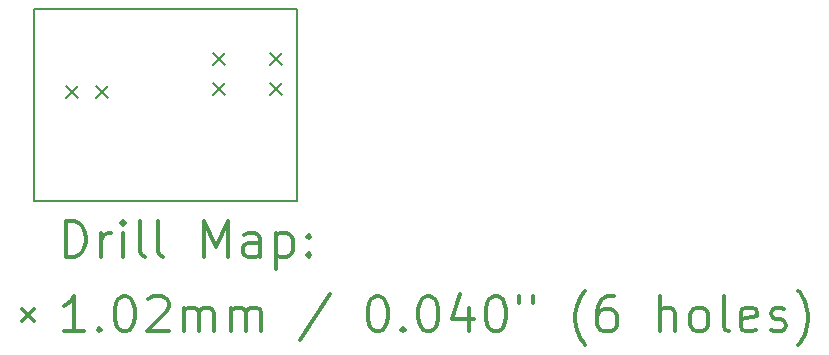
<source format=gbr>
%FSLAX45Y45*%
G04 Gerber Fmt 4.5, Leading zero omitted, Abs format (unit mm)*
G04 Created by KiCad (PCBNEW 4.0.4+e1-6308~48~ubuntu16.04.1-stable) date Wed Oct 26 09:27:59 2016*
%MOMM*%
%LPD*%
G01*
G04 APERTURE LIST*
%ADD10C,0.127000*%
%ADD11C,0.150000*%
%ADD12C,0.200000*%
%ADD13C,0.300000*%
G04 APERTURE END LIST*
D10*
D11*
X20100000Y-6900000D02*
X17874860Y-6900000D01*
X20100000Y-8525000D02*
X20100000Y-6900000D01*
X17875000Y-8525000D02*
X20100000Y-8525000D01*
X17875000Y-6900000D02*
X17875000Y-8525000D01*
D12*
X18144200Y-7549200D02*
X18245800Y-7650800D01*
X18245800Y-7549200D02*
X18144200Y-7650800D01*
X18398200Y-7549200D02*
X18499800Y-7650800D01*
X18499800Y-7549200D02*
X18398200Y-7650800D01*
X19389200Y-7275200D02*
X19490800Y-7376800D01*
X19490800Y-7275200D02*
X19389200Y-7376800D01*
X19389200Y-7529200D02*
X19490800Y-7630800D01*
X19490800Y-7529200D02*
X19389200Y-7630800D01*
X19869200Y-7275200D02*
X19970800Y-7376800D01*
X19970800Y-7275200D02*
X19869200Y-7376800D01*
X19869200Y-7529200D02*
X19970800Y-7630800D01*
X19970800Y-7529200D02*
X19869200Y-7630800D01*
D13*
X18138788Y-8998214D02*
X18138788Y-8698214D01*
X18210217Y-8698214D01*
X18253074Y-8712500D01*
X18281645Y-8741072D01*
X18295931Y-8769643D01*
X18310217Y-8826786D01*
X18310217Y-8869643D01*
X18295931Y-8926786D01*
X18281645Y-8955357D01*
X18253074Y-8983929D01*
X18210217Y-8998214D01*
X18138788Y-8998214D01*
X18438788Y-8998214D02*
X18438788Y-8798214D01*
X18438788Y-8855357D02*
X18453074Y-8826786D01*
X18467360Y-8812500D01*
X18495931Y-8798214D01*
X18524502Y-8798214D01*
X18624502Y-8998214D02*
X18624502Y-8798214D01*
X18624502Y-8698214D02*
X18610217Y-8712500D01*
X18624502Y-8726786D01*
X18638788Y-8712500D01*
X18624502Y-8698214D01*
X18624502Y-8726786D01*
X18810217Y-8998214D02*
X18781645Y-8983929D01*
X18767360Y-8955357D01*
X18767360Y-8698214D01*
X18967360Y-8998214D02*
X18938788Y-8983929D01*
X18924502Y-8955357D01*
X18924502Y-8698214D01*
X19310217Y-8998214D02*
X19310217Y-8698214D01*
X19410217Y-8912500D01*
X19510217Y-8698214D01*
X19510217Y-8998214D01*
X19781645Y-8998214D02*
X19781645Y-8841072D01*
X19767360Y-8812500D01*
X19738788Y-8798214D01*
X19681645Y-8798214D01*
X19653074Y-8812500D01*
X19781645Y-8983929D02*
X19753074Y-8998214D01*
X19681645Y-8998214D01*
X19653074Y-8983929D01*
X19638788Y-8955357D01*
X19638788Y-8926786D01*
X19653074Y-8898214D01*
X19681645Y-8883929D01*
X19753074Y-8883929D01*
X19781645Y-8869643D01*
X19924502Y-8798214D02*
X19924502Y-9098214D01*
X19924502Y-8812500D02*
X19953074Y-8798214D01*
X20010217Y-8798214D01*
X20038788Y-8812500D01*
X20053074Y-8826786D01*
X20067360Y-8855357D01*
X20067360Y-8941072D01*
X20053074Y-8969643D01*
X20038788Y-8983929D01*
X20010217Y-8998214D01*
X19953074Y-8998214D01*
X19924502Y-8983929D01*
X20195931Y-8969643D02*
X20210217Y-8983929D01*
X20195931Y-8998214D01*
X20181645Y-8983929D01*
X20195931Y-8969643D01*
X20195931Y-8998214D01*
X20195931Y-8812500D02*
X20210217Y-8826786D01*
X20195931Y-8841072D01*
X20181645Y-8826786D01*
X20195931Y-8812500D01*
X20195931Y-8841072D01*
X17765760Y-9441700D02*
X17867360Y-9543300D01*
X17867360Y-9441700D02*
X17765760Y-9543300D01*
X18295931Y-9628214D02*
X18124502Y-9628214D01*
X18210217Y-9628214D02*
X18210217Y-9328214D01*
X18181645Y-9371072D01*
X18153074Y-9399643D01*
X18124502Y-9413929D01*
X18424502Y-9599643D02*
X18438788Y-9613929D01*
X18424502Y-9628214D01*
X18410217Y-9613929D01*
X18424502Y-9599643D01*
X18424502Y-9628214D01*
X18624502Y-9328214D02*
X18653074Y-9328214D01*
X18681645Y-9342500D01*
X18695931Y-9356786D01*
X18710217Y-9385357D01*
X18724502Y-9442500D01*
X18724502Y-9513929D01*
X18710217Y-9571072D01*
X18695931Y-9599643D01*
X18681645Y-9613929D01*
X18653074Y-9628214D01*
X18624502Y-9628214D01*
X18595931Y-9613929D01*
X18581645Y-9599643D01*
X18567360Y-9571072D01*
X18553074Y-9513929D01*
X18553074Y-9442500D01*
X18567360Y-9385357D01*
X18581645Y-9356786D01*
X18595931Y-9342500D01*
X18624502Y-9328214D01*
X18838788Y-9356786D02*
X18853074Y-9342500D01*
X18881645Y-9328214D01*
X18953074Y-9328214D01*
X18981645Y-9342500D01*
X18995931Y-9356786D01*
X19010217Y-9385357D01*
X19010217Y-9413929D01*
X18995931Y-9456786D01*
X18824502Y-9628214D01*
X19010217Y-9628214D01*
X19138788Y-9628214D02*
X19138788Y-9428214D01*
X19138788Y-9456786D02*
X19153074Y-9442500D01*
X19181645Y-9428214D01*
X19224502Y-9428214D01*
X19253074Y-9442500D01*
X19267360Y-9471072D01*
X19267360Y-9628214D01*
X19267360Y-9471072D02*
X19281645Y-9442500D01*
X19310217Y-9428214D01*
X19353074Y-9428214D01*
X19381645Y-9442500D01*
X19395931Y-9471072D01*
X19395931Y-9628214D01*
X19538788Y-9628214D02*
X19538788Y-9428214D01*
X19538788Y-9456786D02*
X19553074Y-9442500D01*
X19581645Y-9428214D01*
X19624502Y-9428214D01*
X19653074Y-9442500D01*
X19667360Y-9471072D01*
X19667360Y-9628214D01*
X19667360Y-9471072D02*
X19681645Y-9442500D01*
X19710217Y-9428214D01*
X19753074Y-9428214D01*
X19781645Y-9442500D01*
X19795931Y-9471072D01*
X19795931Y-9628214D01*
X20381645Y-9313929D02*
X20124502Y-9699643D01*
X20767359Y-9328214D02*
X20795931Y-9328214D01*
X20824502Y-9342500D01*
X20838788Y-9356786D01*
X20853074Y-9385357D01*
X20867359Y-9442500D01*
X20867359Y-9513929D01*
X20853074Y-9571072D01*
X20838788Y-9599643D01*
X20824502Y-9613929D01*
X20795931Y-9628214D01*
X20767359Y-9628214D01*
X20738788Y-9613929D01*
X20724502Y-9599643D01*
X20710217Y-9571072D01*
X20695931Y-9513929D01*
X20695931Y-9442500D01*
X20710217Y-9385357D01*
X20724502Y-9356786D01*
X20738788Y-9342500D01*
X20767359Y-9328214D01*
X20995931Y-9599643D02*
X21010217Y-9613929D01*
X20995931Y-9628214D01*
X20981645Y-9613929D01*
X20995931Y-9599643D01*
X20995931Y-9628214D01*
X21195931Y-9328214D02*
X21224502Y-9328214D01*
X21253074Y-9342500D01*
X21267359Y-9356786D01*
X21281645Y-9385357D01*
X21295931Y-9442500D01*
X21295931Y-9513929D01*
X21281645Y-9571072D01*
X21267359Y-9599643D01*
X21253074Y-9613929D01*
X21224502Y-9628214D01*
X21195931Y-9628214D01*
X21167359Y-9613929D01*
X21153074Y-9599643D01*
X21138788Y-9571072D01*
X21124502Y-9513929D01*
X21124502Y-9442500D01*
X21138788Y-9385357D01*
X21153074Y-9356786D01*
X21167359Y-9342500D01*
X21195931Y-9328214D01*
X21553074Y-9428214D02*
X21553074Y-9628214D01*
X21481645Y-9313929D02*
X21410217Y-9528214D01*
X21595931Y-9528214D01*
X21767359Y-9328214D02*
X21795931Y-9328214D01*
X21824502Y-9342500D01*
X21838788Y-9356786D01*
X21853074Y-9385357D01*
X21867359Y-9442500D01*
X21867359Y-9513929D01*
X21853074Y-9571072D01*
X21838788Y-9599643D01*
X21824502Y-9613929D01*
X21795931Y-9628214D01*
X21767359Y-9628214D01*
X21738788Y-9613929D01*
X21724502Y-9599643D01*
X21710217Y-9571072D01*
X21695931Y-9513929D01*
X21695931Y-9442500D01*
X21710217Y-9385357D01*
X21724502Y-9356786D01*
X21738788Y-9342500D01*
X21767359Y-9328214D01*
X21981645Y-9328214D02*
X21981645Y-9385357D01*
X22095931Y-9328214D02*
X22095931Y-9385357D01*
X22538788Y-9742500D02*
X22524502Y-9728214D01*
X22495931Y-9685357D01*
X22481645Y-9656786D01*
X22467359Y-9613929D01*
X22453074Y-9542500D01*
X22453074Y-9485357D01*
X22467359Y-9413929D01*
X22481645Y-9371072D01*
X22495931Y-9342500D01*
X22524502Y-9299643D01*
X22538788Y-9285357D01*
X22781645Y-9328214D02*
X22724502Y-9328214D01*
X22695931Y-9342500D01*
X22681645Y-9356786D01*
X22653074Y-9399643D01*
X22638788Y-9456786D01*
X22638788Y-9571072D01*
X22653074Y-9599643D01*
X22667359Y-9613929D01*
X22695931Y-9628214D01*
X22753074Y-9628214D01*
X22781645Y-9613929D01*
X22795931Y-9599643D01*
X22810216Y-9571072D01*
X22810216Y-9499643D01*
X22795931Y-9471072D01*
X22781645Y-9456786D01*
X22753074Y-9442500D01*
X22695931Y-9442500D01*
X22667359Y-9456786D01*
X22653074Y-9471072D01*
X22638788Y-9499643D01*
X23167359Y-9628214D02*
X23167359Y-9328214D01*
X23295931Y-9628214D02*
X23295931Y-9471072D01*
X23281645Y-9442500D01*
X23253074Y-9428214D01*
X23210216Y-9428214D01*
X23181645Y-9442500D01*
X23167359Y-9456786D01*
X23481645Y-9628214D02*
X23453074Y-9613929D01*
X23438788Y-9599643D01*
X23424502Y-9571072D01*
X23424502Y-9485357D01*
X23438788Y-9456786D01*
X23453074Y-9442500D01*
X23481645Y-9428214D01*
X23524502Y-9428214D01*
X23553074Y-9442500D01*
X23567359Y-9456786D01*
X23581645Y-9485357D01*
X23581645Y-9571072D01*
X23567359Y-9599643D01*
X23553074Y-9613929D01*
X23524502Y-9628214D01*
X23481645Y-9628214D01*
X23753074Y-9628214D02*
X23724502Y-9613929D01*
X23710217Y-9585357D01*
X23710217Y-9328214D01*
X23981645Y-9613929D02*
X23953074Y-9628214D01*
X23895931Y-9628214D01*
X23867359Y-9613929D01*
X23853074Y-9585357D01*
X23853074Y-9471072D01*
X23867359Y-9442500D01*
X23895931Y-9428214D01*
X23953074Y-9428214D01*
X23981645Y-9442500D01*
X23995931Y-9471072D01*
X23995931Y-9499643D01*
X23853074Y-9528214D01*
X24110217Y-9613929D02*
X24138788Y-9628214D01*
X24195931Y-9628214D01*
X24224502Y-9613929D01*
X24238788Y-9585357D01*
X24238788Y-9571072D01*
X24224502Y-9542500D01*
X24195931Y-9528214D01*
X24153074Y-9528214D01*
X24124502Y-9513929D01*
X24110217Y-9485357D01*
X24110217Y-9471072D01*
X24124502Y-9442500D01*
X24153074Y-9428214D01*
X24195931Y-9428214D01*
X24224502Y-9442500D01*
X24338788Y-9742500D02*
X24353074Y-9728214D01*
X24381645Y-9685357D01*
X24395931Y-9656786D01*
X24410217Y-9613929D01*
X24424502Y-9542500D01*
X24424502Y-9485357D01*
X24410217Y-9413929D01*
X24395931Y-9371072D01*
X24381645Y-9342500D01*
X24353074Y-9299643D01*
X24338788Y-9285357D01*
M02*

</source>
